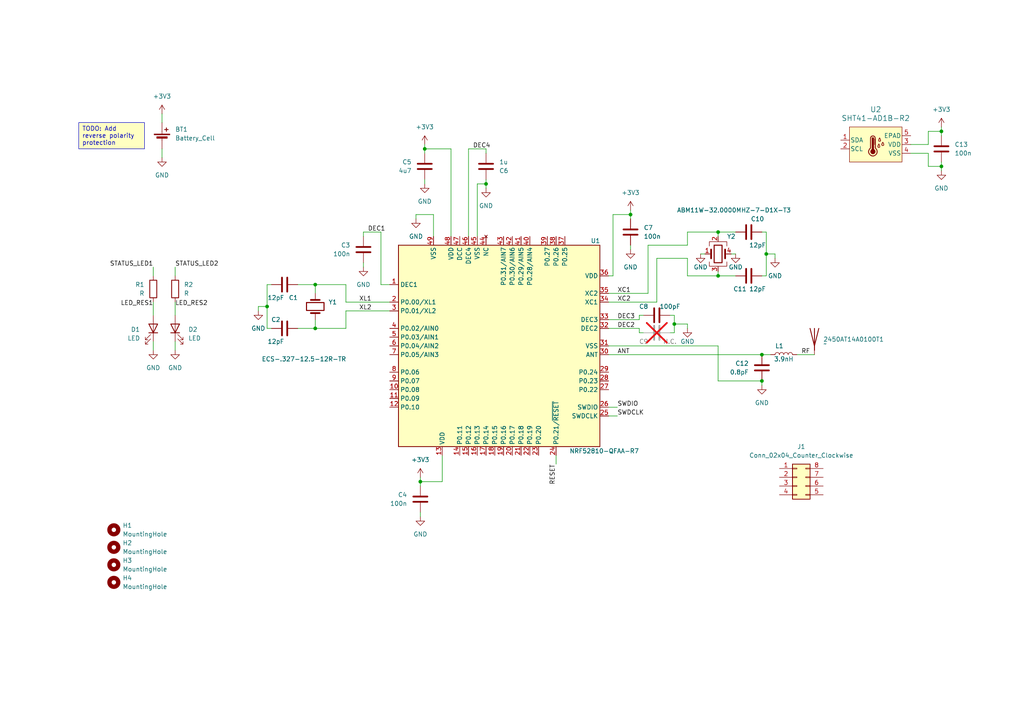
<source format=kicad_sch>
(kicad_sch (version 20230121) (generator eeschema)
  (paper "A4")
  (lib_symbols
    (symbol "Connector_Generic:Conn_02x04_Counter_Clockwise" (pin_names (offset 1.016) hide)
      (property "Reference" "J" (at 1.27 5.08 0))
      (property "Value" "Conn_02x04_Counter_Clockwise" (at 1.27 -7.62 0))
      (symbol "Conn_02x04_Counter_Clockwise_1_1"
        (rectangle (start -1.27 -4.953) (end 0 -5.207) (stroke (width 0.1524)))
        (rectangle (start -1.27 -2.413) (end 0 -2.667) (stroke (width 0.1524)))
        (rectangle (start -1.27 0.127) (end 0 -0.127) (stroke (width 0.1524)))
        (rectangle (start -1.27 2.667) (end 0 2.413) (stroke (width 0.1524)))
        (rectangle (start -1.27 3.81) (end 3.81 -6.35) (stroke (width 0.254)) (fill (type background)))
        (rectangle (start 3.81 -4.953) (end 2.54 -5.207) (stroke (width 0.1524)))
        (rectangle (start 3.81 -2.413) (end 2.54 -2.667) (stroke (width 0.1524)))
        (rectangle (start 3.81 0.127) (end 2.54 -0.127) (stroke (width 0.1524)))
        (rectangle (start 3.81 2.667) (end 2.54 2.413) (stroke (width 0.1524)))
        (pin passive line (at -5.08 2.54 0) (length 3.81) (name "Pin_1") (number "1"))
        (pin passive line (at -5.08 0 0) (length 3.81) (name "Pin_2") (number "2"))
        (pin passive line (at -5.08 -2.54 0) (length 3.81) (name "Pin_3") (number "3"))
        (pin passive line (at -5.08 -5.08 0) (length 3.81) (name "Pin_4") (number "4"))
        (pin passive line (at 7.62 -5.08 180) (length 3.81) (name "Pin_5") (number "5"))
        (pin passive line (at 7.62 -2.54 180) (length 3.81) (name "Pin_6") (number "6"))
        (pin passive line (at 7.62 0 180) (length 3.81) (name "Pin_7") (number "7"))
        (pin passive line (at 7.62 2.54 180) (length 3.81) (name "Pin_8") (number "8"))
      )
    )
    (symbol "Device:Antenna" (pin_numbers hide) (pin_names (offset 1.016) hide)
      (property "Reference" "AE" (at -1.905 1.905 0))
      (property "Value" "Antenna" (at -1.905 0 0))
      (symbol "Antenna_0_1"
        (polyline (pts (xy 0 2.54) (xy 0 -3.81)) (stroke (width 0.254)))
        (polyline (pts (xy 1.27 2.54) (xy 0 -2.54) (xy -1.27 2.54)) (stroke (width 0.254)))
      )
      (symbol "Antenna_1_1"
        (pin input line (at 0 -5.08 90) (length 2.54) (name "A") (number "1"))
      )
    )
    (symbol "Device:Battery_Cell" (pin_numbers hide) (pin_names (offset 0) hide)
      (property "Reference" "BT" (at 2.54 2.54 0))
      (property "Value" "Battery_Cell" (at 2.54 0 0))
      (symbol "Battery_Cell_0_1"
        (rectangle (start -2.286 1.778) (end 2.286 1.524) (fill (type outline)))
        (rectangle (start -1.524 1.016) (end 1.524 0.508) (fill (type outline)))
        (polyline (pts (xy 0 0.762) (xy 0 0)))
        (polyline (pts (xy 0 1.778) (xy 0 2.54)))
        (polyline (pts (xy 0.762 3.048) (xy 1.778 3.048)) (stroke (width 0.254)))
        (polyline (pts (xy 1.27 3.556) (xy 1.27 2.54)) (stroke (width 0.254)))
      )
      (symbol "Battery_Cell_1_1"
        (pin passive line (at 0 5.08 270) (length 2.54) (name "+") (number "1"))
        (pin passive line (at 0 -2.54 90) (length 2.54) (name "-") (number "2"))
      )
    )
    (symbol "Device:C" (pin_numbers hide) (pin_names (offset 0.254))
      (property "Reference" "C" (at 0.635 2.54 0))
      (property "Value" "C" (at 0.635 -2.54 0))
      (symbol "C_0_1"
        (polyline (pts (xy -2.032 -0.762) (xy 2.032 -0.762)) (stroke (width 0.508)))
        (polyline (pts (xy -2.032 0.762) (xy 2.032 0.762)) (stroke (width 0.508)))
      )
      (symbol "C_1_1"
        (pin passive line (at 0 3.81 270) (length 2.794) (name "~") (number "1"))
        (pin passive line (at 0 -3.81 90) (length 2.794) (name "~") (number "2"))
      )
    )
    (symbol "Device:Crystal" (pin_numbers hide) (pin_names (offset 1.016) hide)
      (property "Reference" "Y" (at 0 3.81 0))
      (property "Value" "Crystal" (at 0 -3.81 0))
      (symbol "Crystal_0_1"
        (rectangle (start -1.143 2.54) (end 1.143 -2.54) (stroke (width 0.3048)))
        (polyline (pts (xy -2.54 0) (xy -1.905 0)))
        (polyline (pts (xy -1.905 -1.27) (xy -1.905 1.27)) (stroke (width 0.508)))
        (polyline (pts (xy 1.905 -1.27) (xy 1.905 1.27)) (stroke (width 0.508)))
        (polyline (pts (xy 2.54 0) (xy 1.905 0)))
      )
      (symbol "Crystal_1_1"
        (pin passive line (at -3.81 0 0) (length 1.27) (name "1") (number "1"))
        (pin passive line (at 3.81 0 180) (length 1.27) (name "2") (number "2"))
      )
    )
    (symbol "Device:Crystal_GND23" (pin_names (offset 1.016) hide)
      (property "Reference" "Y" (at 3.175 5.08 0))
      (property "Value" "Crystal_GND23" (at 3.175 3.175 0))
      (symbol "Crystal_GND23_0_1"
        (rectangle (start -1.143 2.54) (end 1.143 -2.54) (stroke (width 0.3048)))
        (polyline (pts (xy -2.54 0) (xy -2.032 0)))
        (polyline (pts (xy -2.032 -1.27) (xy -2.032 1.27)) (stroke (width 0.508)))
        (polyline (pts (xy 0 -3.81) (xy 0 -3.556)))
        (polyline (pts (xy 0 3.556) (xy 0 3.81)))
        (polyline (pts (xy 2.032 -1.27) (xy 2.032 1.27)) (stroke (width 0.508)))
        (polyline (pts (xy 2.032 0) (xy 2.54 0)))
        (polyline (pts (xy -2.54 -2.286) (xy -2.54 -3.556) (xy 2.54 -3.556) (xy 2.54 -2.286)))
        (polyline (pts (xy -2.54 2.286) (xy -2.54 3.556) (xy 2.54 3.556) (xy 2.54 2.286)))
      )
      (symbol "Crystal_GND23_1_1"
        (pin passive line (at -3.81 0 0) (length 1.27) (name "1") (number "1"))
        (pin passive line (at 0 5.08 270) (length 1.27) (name "2") (number "2"))
        (pin passive line (at 0 -5.08 90) (length 1.27) (name "3") (number "3"))
        (pin passive line (at 3.81 0 180) (length 1.27) (name "4") (number "4"))
      )
    )
    (symbol "Device:L" (pin_numbers hide) (pin_names (offset 1.016) hide)
      (property "Reference" "L" (at -1.27 0 90))
      (property "Value" "L" (at 1.905 0 90))
      (symbol "L_0_1"
        (arc (start 0 -2.54) (mid 0.6323 -1.905) (end 0 -1.27))
        (arc (start 0 -1.27) (mid 0.6323 -0.635) (end 0 0))
        (arc (start 0 0) (mid 0.6323 0.635) (end 0 1.27))
        (arc (start 0 1.27) (mid 0.6323 1.905) (end 0 2.54))
      )
      (symbol "L_1_1"
        (pin passive line (at 0 3.81 270) (length 1.27) (name "1") (number "1"))
        (pin passive line (at 0 -3.81 90) (length 1.27) (name "2") (number "2"))
      )
    )
    (symbol "Device:LED" (pin_numbers hide) (pin_names (offset 1.016) hide)
      (property "Reference" "D" (at 0 2.54 0))
      (property "Value" "LED" (at 0 -2.54 0))
      (symbol "LED_0_1"
        (polyline (pts (xy -1.27 -1.27) (xy -1.27 1.27)) (stroke (width 0.254)))
        (polyline (pts (xy -1.27 0) (xy 1.27 0)))
        (polyline (pts (xy 1.27 -1.27) (xy 1.27 1.27) (xy -1.27 0) (xy 1.27 -1.27)) (stroke (width 0.254)))
        (polyline (pts (xy -3.048 -0.762) (xy -4.572 -2.286) (xy -3.81 -2.286) (xy -4.572 -2.286) (xy -4.572 -1.524)))
        (polyline (pts (xy -1.778 -0.762) (xy -3.302 -2.286) (xy -2.54 -2.286) (xy -3.302 -2.286) (xy -3.302 -1.524)))
      )
      (symbol "LED_1_1"
        (pin passive line (at -3.81 0 0) (length 2.54) (name "K") (number "1"))
        (pin passive line (at 3.81 0 180) (length 2.54) (name "A") (number "2"))
      )
    )
    (symbol "Device:R" (pin_numbers hide) (pin_names (offset 0))
      (property "Reference" "R" (at 2.032 0 90))
      (property "Value" "R" (at 0 0 90))
      (symbol "R_0_1"
        (rectangle (start -1.016 -2.54) (end 1.016 2.54) (stroke (width 0.254)))
      )
      (symbol "R_1_1"
        (pin passive line (at 0 3.81 270) (length 1.27) (name "~") (number "1"))
        (pin passive line (at 0 -3.81 90) (length 1.27) (name "~") (number "2"))
      )
    )
    (symbol "Mechanical:MountingHole" (pin_names (offset 1.016))
      (property "Reference" "H" (at 0 5.08 0))
      (property "Value" "MountingHole" (at 0 3.175 0))
      (symbol "MountingHole_0_1"
        (circle (center 0 0) (radius 1.27) (stroke (width 1.27)))
      )
    )
    (symbol "encyclopedia_galactica:NRF52810-QFAA-R7"
      (property "Reference" "U" (at 0 54.61 0))
      (property "Value" "NRF52810-QFAA-R7" (at 0 52.07 0))
      (symbol "NRF52810-QFAA-R7_0_1"
        (rectangle (start -29.21 29.21) (end 29.21 -29.21) (stroke (width 0.254)) (fill (type background)))
      )
      (symbol "NRF52810-QFAA-R7_1_1"
        (pin passive line (at -31.75 17.78 0) (length 2.54) (name "DEC1") (number "1"))
        (pin bidirectional line (at -31.75 -12.7 0) (length 2.54) (name "P0.08") (number "10"))
        (pin bidirectional line (at -31.75 -15.24 0) (length 2.54) (name "P0.09") (number "11"))
        (pin bidirectional line (at -31.75 -17.78 0) (length 2.54) (name "P0.10") (number "12"))
        (pin power_in line (at -16.51 -31.75 90) (length 2.54) (name "VDD") (number "13"))
        (pin bidirectional line (at -11.43 -31.75 90) (length 2.54) (name "P0.11") (number "14"))
        (pin bidirectional line (at -8.89 -31.75 90) (length 2.54) (name "P0.12") (number "15"))
        (pin bidirectional line (at -6.35 -31.75 90) (length 2.54) (name "P0.13") (number "16"))
        (pin bidirectional line (at -3.81 -31.75 90) (length 2.54) (name "P0.14") (number "17"))
        (pin bidirectional line (at -1.27 -31.75 90) (length 2.54) (name "P0.15") (number "18"))
        (pin bidirectional line (at 1.27 -31.75 90) (length 2.54) (name "P0.16") (number "19"))
        (pin bidirectional line (at -31.75 12.7 0) (length 2.54) (name "P0.00/XL1") (number "2"))
        (pin bidirectional line (at 3.81 -31.75 90) (length 2.54) (name "P0.17") (number "20"))
        (pin bidirectional line (at 6.35 -31.75 90) (length 2.54) (name "P0.18") (number "21"))
        (pin bidirectional line (at 8.89 -31.75 90) (length 2.54) (name "P0.19") (number "22"))
        (pin bidirectional line (at 11.43 -31.75 90) (length 2.54) (name "P0.20") (number "23"))
        (pin bidirectional line (at 16.51 -31.75 90) (length 2.54) (name "P0.21/~{RESET}") (number "24"))
        (pin input line (at 31.75 -20.32 180) (length 2.54) (name "SWDCLK") (number "25"))
        (pin bidirectional line (at 31.75 -17.78 180) (length 2.54) (name "SWDIO") (number "26"))
        (pin bidirectional line (at 31.75 -12.7 180) (length 2.54) (name "P0.22") (number "27"))
        (pin bidirectional line (at 31.75 -10.16 180) (length 2.54) (name "P0.23") (number "28"))
        (pin bidirectional line (at 31.75 -7.62 180) (length 2.54) (name "P0.24") (number "29"))
        (pin bidirectional line (at -31.75 10.16 0) (length 2.54) (name "P0.01/XL2") (number "3"))
        (pin passive line (at 31.75 -2.54 180) (length 2.54) (name "ANT") (number "30"))
        (pin power_in line (at 31.75 0 180) (length 2.54) (name "VSS") (number "31"))
        (pin passive line (at 31.75 5.08 180) (length 2.54) (name "DEC2") (number "32"))
        (pin passive line (at 31.75 7.62 180) (length 2.54) (name "DEC3") (number "33"))
        (pin input line (at 31.75 12.7 180) (length 2.54) (name "XC1") (number "34"))
        (pin input line (at 31.75 15.24 180) (length 2.54) (name "XC2") (number "35"))
        (pin passive line (at 31.75 20.32 180) (length 2.54) (name "VDD") (number "36"))
        (pin bidirectional line (at 19.05 31.75 270) (length 2.54) (name "P0.25") (number "37"))
        (pin bidirectional line (at 16.51 31.75 270) (length 2.54) (name "P0.26") (number "38"))
        (pin bidirectional line (at 13.97 31.75 270) (length 2.54) (name "P0.27") (number "39"))
        (pin bidirectional line (at -31.75 5.08 0) (length 2.54) (name "P0.02/AIN0") (number "4"))
        (pin bidirectional line (at 8.89 31.75 270) (length 2.54) (name "P0.28/AIN4") (number "40"))
        (pin bidirectional line (at 6.35 31.75 270) (length 2.54) (name "P0.29/AIN5") (number "41"))
        (pin bidirectional line (at 3.81 31.75 270) (length 2.54) (name "P0.30/AIN6") (number "42"))
        (pin bidirectional line (at 1.27 31.75 270) (length 2.54) (name "P0.31/AIN7") (number "43"))
        (pin no_connect line (at -3.81 31.75 270) (length 2.54) (name "NC") (number "44"))
        (pin passive line (at -6.35 31.75 270) (length 2.54) (name "VSS") (number "45"))
        (pin passive line (at -8.89 31.75 270) (length 2.54) (name "DEC4") (number "46"))
        (pin power_out line (at -11.43 31.75 270) (length 2.54) (name "DCC") (number "47"))
        (pin passive line (at -13.97 31.75 270) (length 2.54) (name "VDD") (number "48"))
        (pin passive line (at -19.05 31.75 270) (length 2.54) (name "VSS") (number "49"))
        (pin bidirectional line (at -31.75 2.54 0) (length 2.54) (name "P0.03/AIN1") (number "5"))
        (pin bidirectional line (at -31.75 0 0) (length 2.54) (name "P0.04/AIN2") (number "6"))
        (pin bidirectional line (at -31.75 -2.54 0) (length 2.54) (name "P0.05/AIN3") (number "7"))
        (pin bidirectional line (at -31.75 -7.62 0) (length 2.54) (name "P0.06") (number "8"))
        (pin bidirectional line (at -31.75 -10.16 0) (length 2.54) (name "P0.07") (number "9"))
      )
    )
    (symbol "encyclopedia_galactica:SHT41-AD1B-R2" (pin_names (offset 0.254))
      (property "Reference" "U" (at 0 13.97 0))
      (property "Value" "SHT41-AD1B-R2" (at 0 11.43 0))
      (symbol "SHT41-AD1B-R2_0_0"
        (polyline (pts (xy -0.7782 -2.7679) (xy -0.7538 -2.7614) (xy -0.6273 -2.7452) (xy -0.5713 -2.733) (xy -0.4386 -2.65) (xy -0.3005 -2.5149) (xy -0.1862 -2.3589) (xy -0.1253 -2.2133) (xy -0.1122 -1.9777) (xy -0.1841 -1.7536) (xy -0.3553 -1.5359) (xy -0.5465 -1.3446) (xy -0.5465 0.2882) (xy -0.5465 1.9209) (xy -0.6855 2.012) (xy -0.7691 2.0613) (xy -0.8546 2.0708) (xy -0.9634 2.012) (xy -1.1023 1.9209) (xy -1.1023 0.2767) (xy -1.1023 -1.3675) (xy -1.2424 -1.4777) (xy -1.2888 -1.5171) (xy -1.4497 -1.7284) (xy -1.5229 -1.9679) (xy -1.5126 -2.2124) (xy -1.4228 -2.4384) (xy -1.2576 -2.6226) (xy -1.0211 -2.7416) (xy -0.8813 -2.7694) (xy -0.7782 -2.7679)) (stroke (width 0.01)) (fill (type outline)))
        (polyline (pts (xy 2.1727 -0.3391) (xy 2.3119 -0.2679) (xy 2.3683 -0.175) (xy 2.3992 -0.0278) (xy 2.3871 0.0546) (xy 2.337 0.2108) (xy 2.2619 0.3868) (xy 2.177 0.5511) (xy 2.0973 0.6727) (xy 2.0379 0.7202) (xy 1.9994 0.6955) (xy 1.9245 0.5928) (xy 1.8393 0.4391) (xy 1.7593 0.2658) (xy 1.6999 0.1045) (xy 1.6767 -0.0135) (xy 1.6805 -0.0349) (xy 1.7878 -0.0349) (xy 1.7977 0.0177) (xy 1.8421 0.1542) (xy 1.9103 0.3256) (xy 2.0328 0.6103) (xy 2.1597 0.3359) (xy 2.2226 0.1922) (xy 2.2764 0.0231) (xy 2.275 -0.0919) (xy 2.2213 -0.1774) (xy 2.1655 -0.214) (xy 2.0379 -0.2441) (xy 1.9584 -0.2324) (xy 1.8367 -0.1559) (xy 1.7878 -0.0349) (xy 1.6805 -0.0349) (xy 1.6952 -0.1171) (xy 1.7686 -0.2536) (xy 1.8305 -0.3015) (xy 1.9945 -0.3498) (xy 2.1727 -0.3391)) (stroke (width 0.01)) (fill (type outline)))
        (polyline (pts (xy 1.2779 0.8852) (xy 1.3876 0.9342) (xy 1.439 1.0346) (xy 1.4494 1.2197) (xy 1.4056 1.4476) (xy 1.3104 1.6903) (xy 1.2438 1.815) (xy 1.1682 1.9333) (xy 1.1209 1.9791) (xy 1.087 1.9506) (xy 1.016 1.8457) (xy 0.9313 1.6903) (xy 0.8493 1.4902) (xy 0.7962 1.2577) (xy 0.7964 1.2083) (xy 0.8985 1.2083) (xy 0.907 1.2863) (xy 0.947 1.4367) (xy 1.0063 1.5899) (xy 1.0699 1.7089) (xy 1.1227 1.7568) (xy 1.1687 1.7194) (xy 1.2295 1.6057) (xy 1.286 1.4514) (xy 1.3252 1.2933) (xy 1.3338 1.1679) (xy 1.3235 1.1054) (xy 1.2709 1.0212) (xy 1.1467 0.9899) (xy 1.1356 0.9889) (xy 0.987 0.994) (xy 0.9164 1.0597) (xy 0.8985 1.2083) (xy 0.7964 1.2083) (xy 0.7968 1.063) (xy 0.8541 0.9342) (xy 0.9555 0.8871) (xy 1.116 0.8695) (xy 1.2779 0.8852)) (stroke (width 0.01)) (fill (type outline)))
        (polyline (pts (xy 1.1245 -0.8535) (xy 1.1312 -0.8498) (xy 1.2085 -0.7577) (xy 1.2315 -0.5895) (xy 1.2238 -0.507) (xy 1.1823 -0.3342) (xy 1.116 -0.1464) (xy 1.038 0.0259) (xy 0.9612 0.1517) (xy 0.8985 0.2005) (xy 0.864 0.1827) (xy 0.7914 0.0847) (xy 0.7123 -0.0722) (xy 0.6397 -0.2572) (xy 0.5864 -0.4397) (xy 0.5682 -0.5702) (xy 0.6762 -0.5702) (xy 0.6847 -0.4923) (xy 0.7246 -0.3419) (xy 0.784 -0.1887) (xy 0.8476 -0.0697) (xy 0.9004 -0.0218) (xy 0.9464 -0.0591) (xy 1.0072 -0.1728) (xy 1.0637 -0.3271) (xy 1.1029 -0.4853) (xy 1.1115 -0.6106) (xy 1.1012 -0.6731) (xy 1.0485 -0.7574) (xy 0.9243 -0.7887) (xy 0.9133 -0.7897) (xy 0.7647 -0.7846) (xy 0.6941 -0.7188) (xy 0.6762 -0.5702) (xy 0.5682 -0.5702) (xy 0.5656 -0.5887) (xy 0.5845 -0.7427) (xy 0.6623 -0.851) (xy 0.7257 -0.88) (xy 0.9286 -0.906) (xy 1.1245 -0.8535)) (stroke (width 0.01)) (fill (type outline)))
        (polyline (pts (xy -0.5545 -3.3797) (xy -0.2175 -3.2426) (xy 0.0945 -2.9972) (xy 0.1243 -2.9669) (xy 0.3463 -2.6832) (xy 0.4707 -2.3844) (xy 0.5089 -2.044) (xy 0.476 -1.8294) (xy 0.3828 -1.5698) (xy 0.2505 -1.3237) (xy 0.1 -1.1376) (xy -0.0463 -1.0029) (xy -0.0464 0.4742) (xy -0.0467 0.7893) (xy -0.0488 1.1761) (xy -0.0534 1.4752) (xy -0.0614 1.7005) (xy -0.0736 1.8661) (xy -0.0909 1.986) (xy -0.1139 2.0742) (xy -0.1437 2.1447) (xy -0.2598 2.3183) (xy -0.4689 2.4887) (xy -0.7142 2.5745) (xy -0.9722 2.5687) (xy -1.2192 2.4643) (xy -1.2384 2.4513) (xy -1.3421 2.3751) (xy -1.424 2.294) (xy -1.4867 2.1948) (xy -1.5327 2.0641) (xy -1.5646 1.8887) (xy -1.585 1.6553) (xy -1.5964 1.3506) (xy -1.6014 0.9613) (xy -1.6025 0.4742) (xy -1.6026 -1.0029) (xy -1.7489 -1.1376) (xy -1.8907 -1.3105) (xy -2.0247 -1.5544) (xy -2.1208 -1.8145) (xy -2.1578 -2.044) (xy -2.1575 -2.0827) (xy -2.138 -2.2218) (xy -1.9808 -2.2218) (xy -1.9707 -1.897) (xy -1.8626 -1.5804) (xy -1.6554 -1.2905) (xy -1.4358 -1.0597) (xy -1.4358 0.4346) (xy -1.4358 0.4797) (xy -1.4346 0.9365) (xy -1.4309 1.2963) (xy -1.424 1.572) (xy -1.4133 1.7764) (xy -1.398 1.9226) (xy -1.3777 2.0235) (xy -1.3515 2.0921) (xy -1.3513 2.0925) (xy -1.216 2.2564) (xy -1.0244 2.3768) (xy -0.8244 2.4237) (xy -0.7891 2.4224) (xy -0.5709 2.3561) (xy -0.3871 2.2073) (xy -0.2603 2.0002) (xy -0.2131 1.7595) (xy -0.2144 1.7118) (xy -0.2434 1.6157) (xy -0.3242 1.59) (xy -0.389 1.5745) (xy -0.4354 1.5066) (xy -0.4147 1.458) (xy -0.3242 1.4233) (xy -0.2391 1.3933) (xy -0.2131 1.2843) (xy -0.237 1.1779) (xy -0.3242 1.1454) (xy -0.389 1.1299) (xy -0.4354 1.062) (xy -0.4147 1.0134) (xy -0.3242 0.9786) (xy -0.2391 0.9486) (xy -0.2131 0.8397) (xy -0.237 0.7333) (xy -0.3242 0.7007) (xy -0.389 0.6853) (xy -0.4354 0.6174) (xy -0.4147 0.5687) (xy -0.3242 0.534) (xy -0.2391 0.504) (xy -0.2131 0.395) (xy -0.237 0.2887) (xy -0.3242 0.2561) (xy -0.389 0.2406) (xy -0.4354 0.1727) (xy -0.4147 0.1241) (xy -0.3242 0.0894) (xy -0.3128 0.0892) (xy -0.2667 0.0778) (xy -0.2375 0.0345) (xy -0.2213 -0.0606) (xy -0.2145 -0.2272) (xy -0.2131 -0.4852) (xy -0.2131 -1.0597) (xy 0.0065 -1.2905) (xy 0.1132 -1.418) (xy 0.2758 -1.7239) (xy 0.3386 -2.0486) (xy 0.3025 -2.3736) (xy 0.168 -2.6806) (xy -0.0639 -2.9511) (xy -0.1168 -2.9941) (xy -0.3007 -3.1115) (xy -0.4755 -3.1865) (xy -0.586 -3.2131) (xy -0.9384 -3.2355) (xy -1.2628 -3.1514) (xy -1.568 -2.9592) (xy -1.7106 -2.8208) (xy -1.8938 -2.5359) (xy -1.9808 -2.2218) (xy -2.138 -2.2218) (xy -2.1106 -2.4174) (xy -1.9764 -2.7137) (xy -1.7434 -2.9978) (xy -1.5826 -3.142) (xy -1.4085 -3.2682) (xy -1.2691 -3.3395) (xy -0.9161 -3.4084) (xy -0.5545 -3.3797)) (stroke (width 0.01)) (fill (type outline)))
      )
      (symbol "SHT41-AD1B-R2_1_1"
        (rectangle (start -7.62 5.08) (end 7.62 -5.08) (fill (type background)))
        (pin bidirectional line (at -10.16 1.27 0) (length 2.54) (name "SDA") (number "1"))
        (pin input line (at -10.16 -1.27 0) (length 2.54) (name "SCL") (number "2"))
        (pin power_in line (at 10.16 0 180) (length 2.54) (name "VDD") (number "3"))
        (pin power_out line (at 10.16 -2.54 180) (length 2.54) (name "VSS") (number "4"))
        (pin unspecified line (at 10.16 2.54 180) (length 2.54) (name "EPAD") (number "5"))
      )
    )
    (symbol "power:+3V3" (power) (pin_names (offset 0))
      (property "Value" "+3V3" (at 0 3.556 0))
      (symbol "+3V3_0_1"
        (polyline (pts (xy -0.762 1.27) (xy 0 2.54)))
        (polyline (pts (xy 0 0) (xy 0 2.54)))
        (polyline (pts (xy 0 2.54) (xy 0.762 1.27)))
      )
      (symbol "+3V3_1_1"
        (pin power_in line (at 0 0 90) (length 0) hide (name "+3V3") (number "1"))
      )
    )
    (symbol "power:GND" (power) (pin_names (offset 0))
      (property "Value" "GND" (at 0 -3.81 0))
      (symbol "GND_0_1"
        (polyline (pts (xy 0 0) (xy 0 -1.27) (xy 1.27 -1.27) (xy 0 -2.54) (xy -1.27 -1.27) (xy 0 -1.27)))
      )
      (symbol "GND_1_1"
        (pin power_in line (at 0 0 270) (length 0) hide (name "GND") (number "1"))
      )
    )
  )
  (junction (at 208.28 67.31))
  (junction (at 220.98 110.49))
  (junction (at 140.97 53.34))
  (junction (at 220.98 102.87))
  (junction (at 91.44 95.25))
  (junction (at 273.05 48.26))
  (junction (at 121.92 139.7))
  (junction (at 182.88 62.23))
  (junction (at 208.28 80.01))
  (junction (at 77.47 88.9))
  (junction (at 195.58 93.98))
  (junction (at 91.44 82.55))
  (junction (at 273.05 38.1))
  (junction (at 222.25 73.66))
  (junction (at 123.19 43.18))
  (wire (pts (xy 105.41 76.2) (xy 105.41 77.47)))
  (wire (pts (xy 77.47 95.25) (xy 77.47 88.9)))
  (wire (pts (xy 140.97 52.07) (xy 140.97 53.34)))
  (wire (pts (xy 208.28 80.01) (xy 208.28 78.74)))
  (wire (pts (xy 177.8 80.01) (xy 176.53 80.01)))
  (wire (pts (xy 187.96 71.12) (xy 187.96 85.09)))
  (wire (pts (xy 123.19 52.07) (xy 123.19 53.34)))
  (wire (pts (xy 199.39 93.98) (xy 195.58 93.98)))
  (wire (pts (xy 190.5 74.93) (xy 199.39 74.93)))
  (wire (pts (xy 273.05 36.83) (xy 273.05 38.1)))
  (wire (pts (xy 91.44 82.55) (xy 91.44 85.09)))
  (wire (pts (xy 100.33 82.55) (xy 100.33 87.63)))
  (wire (pts (xy 231.14 102.87) (xy 236.22 102.87)))
  (wire (pts (xy 46.99 43.18) (xy 46.99 45.72)))
  (wire (pts (xy 269.24 38.1) (xy 273.05 38.1)))
  (wire (pts (xy 222.25 80.01) (xy 222.25 73.66)))
  (wire (pts (xy 100.33 90.17) (xy 113.03 90.17)))
  (wire (pts (xy 186.69 96.52) (xy 185.42 96.52)))
  (wire (pts (xy 44.45 77.47) (xy 44.45 80.01)))
  (wire (pts (xy 78.74 95.25) (xy 77.47 95.25)))
  (wire (pts (xy 121.92 148.59) (xy 121.92 149.86)))
  (wire (pts (xy 105.41 68.58) (xy 105.41 67.31)))
  (wire (pts (xy 46.99 33.02) (xy 46.99 35.56)))
  (wire (pts (xy 128.27 139.7) (xy 121.92 139.7)))
  (wire (pts (xy 110.49 82.55) (xy 110.49 67.31)))
  (wire (pts (xy 110.49 67.31) (xy 105.41 67.31)))
  (wire (pts (xy 199.39 95.25) (xy 199.39 93.98)))
  (wire (pts (xy 220.98 102.87) (xy 223.52 102.87)))
  (wire (pts (xy 195.58 93.98) (xy 195.58 96.52)))
  (wire (pts (xy 269.24 41.91) (xy 269.24 38.1)))
  (wire (pts (xy 182.88 60.96) (xy 182.88 62.23)))
  (wire (pts (xy 273.05 38.1) (xy 273.05 39.37)))
  (wire (pts (xy 208.28 67.31) (xy 199.39 67.31)))
  (wire (pts (xy 204.47 73.66) (xy 203.2 73.66)))
  (wire (pts (xy 135.89 43.18) (xy 135.89 68.58)))
  (wire (pts (xy 186.69 91.44) (xy 185.42 91.44)))
  (wire (pts (xy 121.92 139.7) (xy 121.92 140.97)))
  (wire (pts (xy 130.81 43.18) (xy 123.19 43.18)))
  (wire (pts (xy 194.31 91.44) (xy 195.58 91.44)))
  (wire (pts (xy 121.92 138.43) (xy 121.92 139.7)))
  (wire (pts (xy 176.53 100.33) (xy 208.28 100.33)))
  (wire (pts (xy 74.93 90.17) (xy 74.93 88.9)))
  (wire (pts (xy 176.53 102.87) (xy 220.98 102.87)))
  (wire (pts (xy 86.36 82.55) (xy 91.44 82.55)))
  (wire (pts (xy 123.19 41.91) (xy 123.19 43.18)))
  (wire (pts (xy 130.81 68.58) (xy 130.81 43.18)))
  (wire (pts (xy 190.5 74.93) (xy 190.5 87.63)))
  (wire (pts (xy 208.28 67.31) (xy 208.28 68.58)))
  (wire (pts (xy 222.25 67.31) (xy 220.98 67.31)))
  (wire (pts (xy 199.39 80.01) (xy 208.28 80.01)))
  (wire (pts (xy 50.8 99.06) (xy 50.8 101.6)))
  (wire (pts (xy 161.29 132.08) (xy 161.29 134.62)))
  (wire (pts (xy 208.28 100.33) (xy 208.28 110.49)))
  (wire (pts (xy 213.36 73.66) (xy 212.09 73.66)))
  (wire (pts (xy 182.88 62.23) (xy 182.88 63.5)))
  (wire (pts (xy 208.28 110.49) (xy 220.98 110.49)))
  (wire (pts (xy 91.44 95.25) (xy 100.33 95.25)))
  (wire (pts (xy 176.53 95.25) (xy 185.42 95.25)))
  (wire (pts (xy 182.88 71.12) (xy 182.88 72.39)))
  (wire (pts (xy 273.05 48.26) (xy 273.05 49.53)))
  (wire (pts (xy 123.19 43.18) (xy 123.19 44.45)))
  (wire (pts (xy 224.79 74.93) (xy 224.79 73.66)))
  (wire (pts (xy 44.45 99.06) (xy 44.45 101.6)))
  (wire (pts (xy 125.73 62.23) (xy 120.65 62.23)))
  (wire (pts (xy 44.45 87.63) (xy 44.45 91.44)))
  (wire (pts (xy 91.44 82.55) (xy 100.33 82.55)))
  (wire (pts (xy 176.53 92.71) (xy 185.42 92.71)))
  (wire (pts (xy 177.8 62.23) (xy 182.88 62.23)))
  (wire (pts (xy 140.97 43.18) (xy 140.97 44.45)))
  (wire (pts (xy 194.31 96.52) (xy 195.58 96.52)))
  (wire (pts (xy 220.98 80.01) (xy 222.25 80.01)))
  (wire (pts (xy 100.33 95.25) (xy 100.33 90.17)))
  (wire (pts (xy 140.97 53.34) (xy 140.97 54.61)))
  (wire (pts (xy 176.53 120.65) (xy 179.07 120.65)))
  (wire (pts (xy 77.47 88.9) (xy 77.47 82.55)))
  (wire (pts (xy 135.89 43.18) (xy 140.97 43.18)))
  (wire (pts (xy 50.8 87.63) (xy 50.8 91.44)))
  (wire (pts (xy 273.05 46.99) (xy 273.05 48.26)))
  (wire (pts (xy 190.5 87.63) (xy 176.53 87.63)))
  (wire (pts (xy 185.42 95.25) (xy 185.42 96.52)))
  (wire (pts (xy 199.39 67.31) (xy 199.39 71.12)))
  (wire (pts (xy 220.98 110.49) (xy 220.98 111.76)))
  (wire (pts (xy 264.16 41.91) (xy 269.24 41.91)))
  (wire (pts (xy 222.25 73.66) (xy 222.25 67.31)))
  (wire (pts (xy 138.43 53.34) (xy 140.97 53.34)))
  (wire (pts (xy 224.79 73.66) (xy 222.25 73.66)))
  (wire (pts (xy 269.24 44.45) (xy 269.24 48.26)))
  (wire (pts (xy 120.65 62.23) (xy 120.65 63.5)))
  (wire (pts (xy 125.73 68.58) (xy 125.73 62.23)))
  (wire (pts (xy 113.03 82.55) (xy 110.49 82.55)))
  (wire (pts (xy 50.8 77.47) (xy 50.8 80.01)))
  (wire (pts (xy 199.39 80.01) (xy 199.39 74.93)))
  (wire (pts (xy 213.36 67.31) (xy 208.28 67.31)))
  (wire (pts (xy 264.16 44.45) (xy 269.24 44.45)))
  (wire (pts (xy 195.58 91.44) (xy 195.58 93.98)))
  (wire (pts (xy 91.44 92.71) (xy 91.44 95.25)))
  (wire (pts (xy 86.36 95.25) (xy 91.44 95.25)))
  (wire (pts (xy 269.24 48.26) (xy 273.05 48.26)))
  (wire (pts (xy 128.27 132.08) (xy 128.27 139.7)))
  (wire (pts (xy 177.8 62.23) (xy 177.8 80.01)))
  (wire (pts (xy 138.43 53.34) (xy 138.43 68.58)))
  (wire (pts (xy 176.53 118.11) (xy 179.07 118.11)))
  (wire (pts (xy 100.33 87.63) (xy 113.03 87.63)))
  (wire (pts (xy 187.96 71.12) (xy 199.39 71.12)))
  (wire (pts (xy 74.93 88.9) (xy 77.47 88.9)))
  (wire (pts (xy 213.36 80.01) (xy 208.28 80.01)))
  (wire (pts (xy 176.53 85.09) (xy 187.96 85.09)))
  (wire (pts (xy 77.47 82.55) (xy 78.74 82.55)))
  (wire (pts (xy 185.42 91.44) (xy 185.42 92.71)))
  (text_box "TODO: Add reverse polarity protection" (at 22.86 35.56 0) (size 19.05 7.62) (fill (type color) (color 255 255 194 1)) (effects (font (size 1.27 1.27)) (justify left top)))
  (label "ANT" (at 179.07 102.87 0))
  (label "SWDIO" (at 179.07 118.11 0))
  (label "XC1" (at 179.07 85.09 0))
  (label "STATUS_LED1" (at 44.45 77.47 180))
  (label "DEC3" (at 179.07 92.71 0))
  (label "RF" (at 232.41 102.87 0))
  (label "XL2" (at 104.14 90.17 0))
  (label "DEC2" (at 179.07 95.25 0))
  (label "LED_RES1" (at 44.45 88.9 180))
  (label "DEC1" (at 106.68 67.31 0))
  (label "STATUS_LED2" (at 50.8 77.47 0))
  (label "SWDCLK" (at 179.07 120.65 0))
  (label "DEC4" (at 137.16 43.18 0))
  (label "XL1" (at 104.14 87.63 0))
  (label "XC2" (at 179.07 87.63 0))
  (label "LED_RES2" (at 50.8 88.9 0))
  (label "RESET" (at 161.29 134.62 270))
  (symbol (lib_id "power:GND") (at 203.2 73.66 0) (mirror y) (unit 1)
    (property "Reference" "#PWR016" (effects hide))
    (property "Value" "GND" (at 203.2 77.47 0))
  )
  (symbol (lib_id "Device:LED") (at 44.45 95.25 270) (mirror x) (unit 1)
    (property "Reference" "D1" (at 40.64 95.5675 90) (effects (justify right)))
    (property "Value" "LED" (at 40.64 98.1075 90) (effects (justify right)))
    (property "Footprint" "Resistor_SMD:R_0603_1608Metric" (effects hide))
  )
  (symbol (lib_id "power:+3V3") (at 273.05 36.83 0) (unit 1)
    (property "Reference" "#PWR020" (effects hide))
    (property "Value" "+3V3" (at 273.05 31.75 0))
  )
  (symbol (lib_id "Device:C") (at 82.55 95.25 270) (unit 1)
    (property "Reference" "C2" (at 80.01 92.71 90))
    (property "Value" "12pF" (at 80.01 99.06 90))
    (property "Footprint" "Capacitor_SMD:C_0603_1608Metric" (effects hide))
  )
  (symbol (lib_id "power:GND") (at 213.36 73.66 0) (mirror y) (unit 1)
    (property "Reference" "#PWR017" (effects hide))
    (property "Value" "GND" (at 213.36 77.47 0))
  )
  (symbol (lib_id "Device:C") (at 182.88 67.31 180) (unit 1)
    (property "Reference" "C7" (at 186.69 66.04 0) (effects (justify right)))
    (property "Value" "100n" (at 186.69 68.58 0) (effects (justify right)))
    (property "Footprint" "Capacitor_SMD:C_0603_1608Metric" (effects hide))
  )
  (symbol (lib_id "power:+3V3") (at 121.92 138.43 0) (unit 1)
    (property "Reference" "#PWR08" (effects hide))
    (property "Value" "+3V3" (at 121.92 133.35 0))
  )
  (symbol (lib_id "Device:C") (at 190.5 91.44 90) (unit 1)
    (property "Reference" "C8" (at 186.69 88.9 90))
    (property "Value" "100pF" (at 194.31 88.9 90))
    (property "Footprint" "Capacitor_SMD:C_0603_1608Metric" (effects hide))
  )
  (symbol (lib_id "power:GND") (at 220.98 111.76 0) (mirror y) (unit 1)
    (property "Reference" "#PWR018" (effects hide))
    (property "Value" "GND" (at 220.98 116.84 0))
  )
  (symbol (lib_id "power:GND") (at 50.8 101.6 0) (unit 1)
    (property "Reference" "#PWR04" (effects hide))
    (property "Value" "GND" (at 50.8 106.68 0))
  )
  (symbol (lib_id "power:GND") (at 273.05 49.53 0) (unit 1)
    (property "Reference" "#PWR021" (effects hide))
    (property "Value" "GND" (at 273.05 54.61 0))
  )
  (symbol (lib_id "power:GND") (at 105.41 77.47 0) (unit 1)
    (property "Reference" "#PWR06" (effects hide))
    (property "Value" "GND" (at 105.41 82.55 0))
  )
  (symbol (lib_id "Mechanical:MountingHole") (at 33.02 168.91 0) (unit 1)
    (property "Reference" "H4" (at 35.56 167.64 0) (effects (justify left)))
    (property "Value" "MountingHole" (at 35.56 170.18 0) (effects (justify left)))
    (property "Footprint" "MountingHole:MountingHole_2.2mm_M2" (effects hide))
  )
  (symbol (lib_id "power:GND") (at 123.19 53.34 0) (unit 1)
    (property "Reference" "#PWR011" (effects hide))
    (property "Value" "GND" (at 123.19 58.42 0))
  )
  (symbol (lib_id "power:+3V3") (at 182.88 60.96 0) (mirror y) (unit 1)
    (property "Reference" "#PWR013" (effects hide))
    (property "Value" "+3V3" (at 182.88 55.88 0))
  )
  (symbol (lib_id "Device:Crystal") (at 91.44 88.9 90) (unit 1)
    (property "Reference" "Y1" (at 95.25 87.63 90) (effects (justify right)))
    (property "Value" " ECS-.327-12.5-12R-TR " (at 74.93 104.14 90) (effects (justify right)))
    (property "Footprint" "encyclopedia_galactica:ECS-.327-12.5-12R-TR" (effects hide))
  )
  (symbol (lib_id "power:GND") (at 46.99 45.72 0) (unit 1)
    (property "Reference" "#PWR03" (effects hide))
    (property "Value" "GND" (at 46.99 50.8 0))
  )
  (symbol (lib_id "Device:C") (at 123.19 48.26 0) (mirror x) (unit 1)
    (property "Reference" "C5" (at 119.38 46.99 0) (effects (justify right)))
    (property "Value" "4u7" (at 119.38 49.53 0) (effects (justify right)))
    (property "Footprint" "Capacitor_SMD:C_0603_1608Metric" (effects hide))
  )
  (symbol (lib_id "Device:C") (at 82.55 82.55 270) (mirror x) (unit 1)
    (property "Reference" "C1" (at 85.09 86.36 90))
    (property "Value" "12pF" (at 80.01 86.36 90))
    (property "Footprint" "Capacitor_SMD:C_0603_1608Metric" (effects hide))
  )
  (symbol (lib_id "Device:C") (at 217.17 67.31 90) (unit 1)
    (property "Reference" "C10" (at 219.71 63.5 90))
    (property "Value" "12pF" (at 219.71 71.12 90))
    (property "Footprint" "Capacitor_SMD:C_0603_1608Metric" (effects hide))
  )
  (symbol (lib_id "encyclopedia_galactica:NRF52810-QFAA-R7") (at 144.78 100.33 0) (unit 1)
    (property "Reference" "U1" (at 172.72 69.85 0))
    (property "Value" "NRF52810-QFAA-R7" (at 175.26 130.81 0))
    (property "Footprint" "Package_DFN_QFN:QFN-48-1EP_6x6mm_P0.4mm_EP4.6x4.6mm" (effects hide))
    (property "Datasheet" "https://infocenter.nordicsemi.com/pdf/nRF52810_PS_v1.4.pdf" (effects hide))
  )
  (symbol (lib_id "power:GND") (at 121.92 149.86 0) (unit 1)
    (property "Reference" "#PWR09" (effects hide))
    (property "Value" "GND" (at 121.92 154.94 0))
  )
  (symbol (lib_id "power:GND") (at 140.97 54.61 0) (unit 1)
    (property "Reference" "#PWR012" (effects hide))
    (property "Value" "GND" (at 140.97 59.69 0))
  )
  (symbol (lib_id "power:+3V3") (at 46.99 33.02 0) (unit 1)
    (property "Reference" "#PWR02" (effects hide))
    (property "Value" "+3V3" (at 46.99 27.94 0))
  )
  (symbol (lib_id "encyclopedia_galactica:SHT41-AD1B-R2") (at 254 41.91 0) (unit 1)
    (property "Reference" "U2" (at 254 31.75 0) (effects (font (size 1.524 1.524))))
    (property "Value" "SHT41-AD1B-R2" (at 254 34.29 0) (effects (font (size 1.524 1.524))))
    (property "Footprint" "encyclopedia_galactica:DFN4_SHT41_SEN" (effects hide))
    (property "Datasheet" "https://sensirion.com/media/documents/33FD6951/63E1087C/Datasheet_SHT4x_1.pdf" (effects hide))
  )
  (symbol (lib_id "Device:C") (at 273.05 43.18 0) (unit 1)
    (property "Reference" "C13" (at 276.86 41.91 0) (effects (justify left)))
    (property "Value" "100n" (at 276.86 44.45 0) (effects (justify left)))
    (property "Footprint" "Capacitor_SMD:C_0603_1608Metric" (effects hide))
  )
  (symbol (lib_id "Mechanical:MountingHole") (at 33.02 163.83 0) (unit 1)
    (property "Reference" "H3" (at 35.56 162.56 0) (effects (justify left)))
    (property "Value" "MountingHole" (at 35.56 165.1 0) (effects (justify left)))
    (property "Footprint" "MountingHole:MountingHole_2.2mm_M2" (effects hide))
  )
  (symbol (lib_id "Device:C") (at 105.41 72.39 0) (mirror x) (unit 1)
    (property "Reference" "C3" (at 101.6 71.12 0) (effects (justify right)))
    (property "Value" "100n" (at 101.6 73.66 0) (effects (justify right)))
    (property "Footprint" "Capacitor_SMD:C_0603_1608Metric" (effects hide))
  )
  (symbol (lib_id "Mechanical:MountingHole") (at 33.02 153.67 0) (unit 1)
    (property "Reference" "H1" (at 35.56 152.4 0) (effects (justify left)))
    (property "Value" "MountingHole" (at 35.56 154.94 0) (effects (justify left)))
    (property "Footprint" "MountingHole:MountingHole_2.2mm_M2" (effects hide))
  )
  (symbol (lib_id "power:+3V3") (at 123.19 41.91 0) (unit 1)
    (property "Reference" "#PWR010" (effects hide))
    (property "Value" "+3V3" (at 123.19 36.83 0))
  )
  (symbol (lib_id "Device:C") (at 220.98 106.68 0) (mirror x) (unit 1)
    (property "Reference" "C12" (at 217.17 105.41 0) (effects (justify right)))
    (property "Value" "0.8pF" (at 217.17 107.95 0) (effects (justify right)))
    (property "Footprint" "Capacitor_SMD:C_0603_1608Metric" (effects hide))
  )
  (symbol (lib_id "Device:R") (at 44.45 83.82 0) (mirror y) (unit 1)
    (property "Reference" "R1" (at 41.91 82.55 0) (effects (justify left)))
    (property "Value" "R" (at 41.91 85.09 0) (effects (justify left)))
    (property "Footprint" "Resistor_SMD:R_0603_1608Metric" (effects hide))
  )
  (symbol (lib_id "Mechanical:MountingHole") (at 33.02 158.75 0) (unit 1)
    (property "Reference" "H2" (at 35.56 157.48 0) (effects (justify left)))
    (property "Value" "MountingHole" (at 35.56 160.02 0) (effects (justify left)))
    (property "Footprint" "MountingHole:MountingHole_2.2mm_M2" (effects hide))
  )
  (symbol (lib_id "power:GND") (at 182.88 72.39 0) (mirror y) (unit 1)
    (property "Reference" "#PWR014" (effects hide))
    (property "Value" "GND" (at 182.88 77.47 0))
  )
  (symbol (lib_id "power:GND") (at 224.79 74.93 0) (mirror y) (unit 1)
    (property "Reference" "#PWR019" (effects hide))
    (property "Value" "GND" (at 224.79 80.01 0))
  )
  (symbol (lib_id "power:GND") (at 44.45 101.6 0) (unit 1)
    (property "Reference" "#PWR01" (effects hide))
    (property "Value" "GND" (at 44.45 106.68 0))
  )
  (symbol (lib_id "Device:C") (at 140.97 48.26 0) (mirror y) (unit 1)
    (property "Reference" "C6" (at 144.78 49.53 0) (effects (justify right)))
    (property "Value" "1u" (at 144.78 46.99 0) (effects (justify right)))
    (property "Footprint" "Capacitor_SMD:C_0603_1608Metric" (effects hide))
  )
  (symbol (lib_id "Device:Crystal_GND23") (at 208.28 73.66 0) (unit 1)
    (property "Reference" "Y2" (at 212.09 68.58 0))
    (property "Value" "ABM11W-32.0000MHZ-7-D1X-T3 " (at 213.36 60.96 0))
    (property "Footprint" "encyclopedia_galactica:ABM11W-30.0000MHZ-7-D1X-T3" (effects hide))
  )
  (symbol (lib_id "power:GND") (at 199.39 95.25 0) (mirror y) (unit 1)
    (property "Reference" "#PWR015" (effects hide))
    (property "Value" "GND" (at 199.39 99.06 0))
  )
  (symbol (lib_id "Device:LED") (at 50.8 95.25 90) (unit 1)
    (property "Reference" "D2" (at 54.61 95.5675 90) (effects (justify right)))
    (property "Value" "LED" (at 54.61 98.1075 90) (effects (justify right)))
    (property "Footprint" "Resistor_SMD:R_0603_1608Metric" (effects hide))
  )
  (symbol (lib_id "Connector_Generic:Conn_02x04_Counter_Clockwise") (at 231.14 138.43 0) (unit 1)
    (property "Reference" "J1" (at 232.41 129.54 0))
    (property "Value" "Conn_02x04_Counter_Clockwise" (at 232.41 132.08 0))
    (property "Footprint" "Connector_PinHeader_2.54mm:PinHeader_2x04_P2.54mm_Vertical" (effects hide))
  )
  (symbol (lib_id "power:GND") (at 120.65 63.5 0) (unit 1)
    (property "Reference" "#PWR07" (effects hide))
    (property "Value" "GND" (at 120.65 68.58 0))
  )
  (symbol (lib_id "Device:R") (at 50.8 83.82 0) (unit 1)
    (property "Reference" "R2" (at 53.34 82.55 0) (effects (justify left)))
    (property "Value" "R" (at 53.34 85.09 0) (effects (justify left)))
    (property "Footprint" "Resistor_SMD:R_0603_1608Metric" (effects hide))
  )
  (symbol (lib_id "Device:C") (at 217.17 80.01 90) (mirror x) (unit 1)
    (property "Reference" "C11" (at 214.63 83.82 90))
    (property "Value" "12pF" (at 219.71 83.82 90))
    (property "Footprint" "Capacitor_SMD:C_0603_1608Metric" (effects hide))
  )
  (symbol (lib_id "Device:C") (at 190.5 96.52 90) (mirror x) (unit 1) (dnp yes)
    (property "Reference" "C9" (at 186.69 99.06 90))
    (property "Value" "N.C." (at 194.31 99.06 90))
    (property "Footprint" "Capacitor_SMD:C_0603_1608Metric" (effects hide))
  )
  (symbol (lib_id "Device:L") (at 227.33 102.87 90) (unit 1)
    (property "Reference" "L1" (at 226.06 100.33 90))
    (property "Value" "3.9nH" (at 227.33 104.14 90))
    (property "Footprint" "Resistor_SMD:R_0603_1608Metric" (effects hide))
  )
  (symbol (lib_id "Device:Antenna") (at 236.22 97.79 0) (unit 1)
    (property "Reference" "2450AT14A0100T1" (at 238.76 98.425 0) (effects (justify left)))
    (property "Value" "~" (at 238.76 99.695 0) (effects (justify left)))
    (property "Footprint" "encyclopedia_galactica:2108838-1" (effects hide))
    (property "Datasheet" "  (at 0 0)" (effects hide))
  )
  (symbol (lib_id "Device:C") (at 121.92 144.78 0) (mirror x) (unit 1)
    (property "Reference" "C4" (at 118.11 143.51 0) (effects (justify right)))
    (property "Value" "100n" (at 118.11 146.05 0) (effects (justify right)))
    (property "Footprint" "Capacitor_SMD:C_0603_1608Metric" (effects hide))
  )
  (symbol (lib_id "Device:Battery_Cell") (at 46.99 40.64 0) (unit 1)
    (property "Reference" "BT1" (at 50.8 37.5285 0) (effects (justify left)))
    (property "Value" "Battery_Cell" (at 50.8 40.0685 0) (effects (justify left)))
    (property "Footprint" "Battery:BatteryHolder_Keystone_3034_1x20mm" (effects hide))
  )
  (symbol (lib_id "power:GND") (at 74.93 90.17 0) (unit 1)
    (property "Reference" "#PWR05" (effects hide))
    (property "Value" "GND" (at 74.93 95.25 0))
  )
)
</source>
